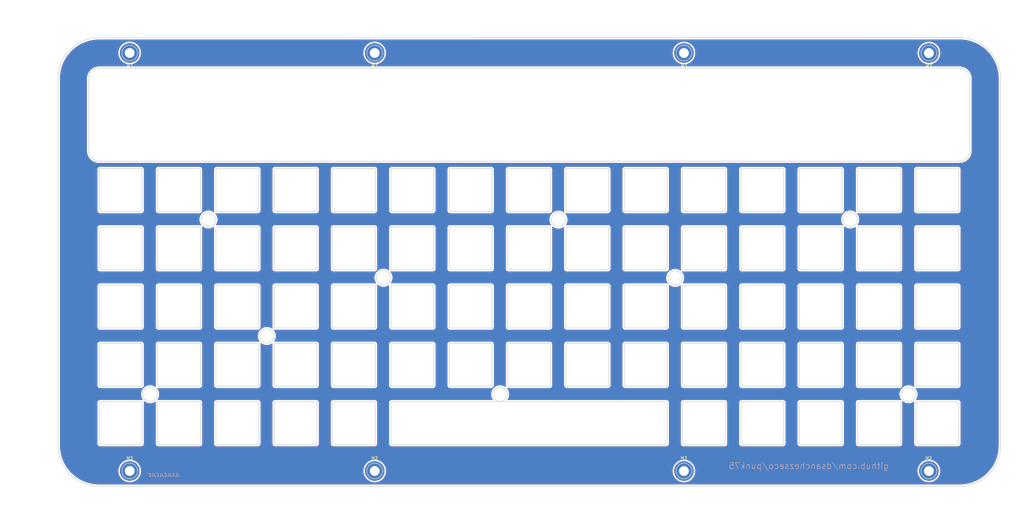
<source format=kicad_pcb>
(kicad_pcb (version 20171130) (host pcbnew "(5.1.6)-1")
  (layers (0 F.Cu signal) (31 B.Cu signal) (34 B.Paste user) (35 F.Paste user) (36 B.SilkS user) (37 F.SilkS user) (38 B.Mask user) (39 F.Mask user) (44 Edge.Cuts user))
  (net 0 "")
  (module MountingHole:MountingHole_3.2mm_M3_Pad (layer F.Cu) (at 352.75 99.5)
    (fp_text reference REF**)
    (fp_text value M3 (at 0 4.2) (layer F.SilkS))
    (pad 1 thru_hole circle (at 0 0) (size 6.4 6.4) (drill 3.2) (layers *.Cu *.Mask))
  )
  (module MountingHole:MountingHole_3.2mm_M3_Pad (layer F.Cu) (at 272.75 99.5)
    (fp_text reference REF**)
    (fp_text value M3 (at 0 4.2) (layer F.SilkS))
    (pad 1 thru_hole circle (at 0 0) (size 6.4 6.4) (drill 3.2) (layers *.Cu *.Mask))
  )
  (module MountingHole:MountingHole_3.2mm_M3_Pad (layer F.Cu) (at 171.76 99.48)
    (fp_text reference REF**)
    (fp_text value M3 (at 0 4.2) (layer F.SilkS))
    (pad 1 thru_hole circle (at 0 0) (size 6.4 6.4) (drill 3.2) (layers *.Cu *.Mask))
  )
  (module MountingHole:MountingHole_3.2mm_M3_Pad (layer F.Cu) (at 91.75 99.48)
    (fp_text reference REF**)
    (fp_text value M3 (at 0 4.2) (layer F.SilkS))
    (pad 1 thru_hole circle (at 0 0) (size 6.4 6.4) (drill 3.2) (layers *.Cu *.Mask))
  )
  (module MountingHole:MountingHole_3.2mm_M3_Pad (layer F.Cu) (at 272.75 236.13)
    (fp_text reference REF**)
    (fp_text value M3 (at -0.05 -4.24) (layer F.SilkS))
    (pad 1 thru_hole circle (at 0 0) (size 6.4 6.4) (drill 3.2) (layers *.Cu *.Mask))
  )
  (module MountingHole:MountingHole_3.2mm_M3_Pad (layer F.Cu) (at 171.77 236.12)
    (fp_text reference REF**)
    (fp_text value M3 (at -0.08 -4.19) (layer F.SilkS))
    (pad 1 thru_hole circle (at 0 0) (size 6.4 6.4) (drill 3.2) (layers *.Cu *.Mask))
  )
  (module MountingHole:MountingHole_3.2mm_M3_Pad (layer F.Cu) (at 91.76 236.11)
    (fp_text reference REF**)
    (fp_text value M3 (at 0.01 -4.19) (layer F.SilkS))
    (pad 1 thru_hole circle (at 0 0) (size 6.4 6.4) (drill 3.2) (layers *.Cu *.Mask))
  )
  (module MountingHole:MountingHole_3.2mm_M3_Pad (layer F.Cu) (at 352.74 236.11)
    (fp_text reference REF**)
    (fp_text value M3 (at -0.11 -4.18) (layer F.SilkS))
    (pad 1 thru_hole circle (at 0 0) (size 6.4 6.4) (drill 3.2) (layers *.Cu *.Mask))
  )
  (gr_arc (start 171.7 175.675) (end 172 175.675) (angle -90) (layer Edge.Cuts) (width 0.2))
  (gr_line (start 272.3 150.975) (end 272.3 137.575) (layer Edge.Cuts) (width 0.2))
  (gr_line (start 133.9 156.625) (end 133.9 170.025) (layer Edge.Cuts) (width 0.2))
  (gr_arc (start 158.3 189.075) (end 158 189.075) (angle -90) (layer Edge.Cuts) (width 0.2))
  (gr_line (start 158.3 175.375) (end 171.7 175.375) (layer Edge.Cuts) (width 0.2))
  (gr_line (start 272.6 137.275) (end 286 137.275) (layer Edge.Cuts) (width 0.2))
  (gr_arc (start 158.3 156.625) (end 158.3 156.325) (angle -90) (layer Edge.Cuts) (width 0.2))
  (gr_line (start 158 170.025) (end 158 156.625) (layer Edge.Cuts) (width 0.2))
  (gr_arc (start 272.6 150.975) (end 272.3 150.975) (angle -90) (layer Edge.Cuts) (width 0.2))
  (gr_line (start 172 175.675) (end 172 189.075) (layer Edge.Cuts) (width 0.2))
  (gr_line (start 171.7 189.375) (end 158.3 189.375) (layer Edge.Cuts) (width 0.2))
  (gr_arc (start 133.6 170.025) (end 133.6 170.325) (angle -90) (layer Edge.Cuts) (width 0.2))
  (gr_arc (start 171.7 156.625) (end 172 156.625) (angle -90) (layer Edge.Cuts) (width 0.2))
  (gr_arc (start 158.3 170.025) (end 158 170.025) (angle -90) (layer Edge.Cuts) (width 0.2))
  (gr_arc (start 171.7 189.075) (end 171.7 189.375) (angle -90) (layer Edge.Cuts) (width 0.2))
  (gr_arc (start 158.3 175.675) (end 158.3 175.375) (angle -90) (layer Edge.Cuts) (width 0.2))
  (gr_arc (start 286 137.575) (end 286.3 137.575) (angle -90) (layer Edge.Cuts) (width 0.2))
  (gr_line (start 158 189.075) (end 158 175.675) (layer Edge.Cuts) (width 0.2))
  (gr_line (start 286 151.275) (end 272.6 151.275) (layer Edge.Cuts) (width 0.2))
  (gr_arc (start 286 150.975) (end 286 151.275) (angle -90) (layer Edge.Cuts) (width 0.2))
  (gr_line (start 286.3 137.575) (end 286.3 150.975) (layer Edge.Cuts) (width 0.2))
  (gr_line (start 171.7 170.325) (end 158.3 170.325) (layer Edge.Cuts) (width 0.2))
  (gr_line (start 158.3 156.325) (end 171.7 156.325) (layer Edge.Cuts) (width 0.2))
  (gr_arc (start 272.6 137.575) (end 272.6 137.275) (angle -90) (layer Edge.Cuts) (width 0.2))
  (gr_arc (start 253.55 150.975) (end 253.25 150.975) (angle -90) (layer Edge.Cuts) (width 0.2))
  (gr_arc (start 171.7 170.025) (end 171.7 170.325) (angle -90) (layer Edge.Cuts) (width 0.2))
  (gr_line (start 133.6 170.325) (end 120.2 170.325) (layer Edge.Cuts) (width 0.2))
  (gr_line (start 172 156.625) (end 172 170.025) (layer Edge.Cuts) (width 0.2))
  (gr_arc (start 177.35 213.775) (end 177.35 213.475) (angle -90) (layer Edge.Cuts) (width 0.2))
  (gr_line (start 362.5 156.625) (end 362.5 170.025) (layer Edge.Cuts) (width 0.2))
  (gr_arc (start 362.2 156.625) (end 362.5 156.625) (angle -90) (layer Edge.Cuts) (width 0.2))
  (gr_line (start 120.2 175.375) (end 133.6 175.375) (layer Edge.Cuts) (width 0.2))
  (gr_line (start 305.35 137.575) (end 305.35 150.975) (layer Edge.Cuts) (width 0.2))
  (gr_line (start 348.8 156.325) (end 362.2 156.325) (layer Edge.Cuts) (width 0.2))
  (gr_arc (start 348.8 156.625) (end 348.8 156.325) (angle -90) (layer Edge.Cuts) (width 0.2))
  (gr_line (start 348.5 170.025) (end 348.5 156.625) (layer Edge.Cuts) (width 0.2))
  (gr_arc (start 95.5 189.075) (end 95.5 189.375) (angle -90) (layer Edge.Cuts) (width 0.2))
  (gr_line (start 305.35 156.625) (end 305.35 170.025) (layer Edge.Cuts) (width 0.2))
  (gr_line (start 291.65 156.325) (end 305.05 156.325) (layer Edge.Cuts) (width 0.2))
  (gr_arc (start 291.65 156.625) (end 291.65 156.325) (angle -90) (layer Edge.Cuts) (width 0.2))
  (gr_line (start 291.35 170.025) (end 291.35 156.625) (layer Edge.Cuts) (width 0.2))
  (gr_line (start 119.9 189.075) (end 119.9 175.675) (layer Edge.Cuts) (width 0.2))
  (gr_arc (start 324.1 170.025) (end 324.1 170.325) (angle -90) (layer Edge.Cuts) (width 0.2))
  (gr_line (start 310.7 156.325) (end 324.1 156.325) (layer Edge.Cuts) (width 0.2))
  (gr_line (start 324.4 156.625) (end 324.4 170.025) (layer Edge.Cuts) (width 0.2))
  (gr_line (start 177.35 227.475) (end 266.95 227.475) (layer Edge.Cuts) (width 0.2))
  (gr_line (start 266.95 213.475) (end 177.35 213.475) (layer Edge.Cuts) (width 0.2))
  (gr_line (start 177.05 213.775) (end 177.05 227.175) (layer Edge.Cuts) (width 0.2))
  (gr_arc (start 253.55 137.575) (end 253.55 137.275) (angle -90) (layer Edge.Cuts) (width 0.2))
  (gr_line (start 267.25 227.175) (end 267.25 213.775) (layer Edge.Cuts) (width 0.2))
  (gr_arc (start 291.65 137.575) (end 291.65 137.275) (angle -90) (layer Edge.Cuts) (width 0.2))
  (gr_arc (start 266.95 213.775) (end 267.25 213.775) (angle -90) (layer Edge.Cuts) (width 0.2))
  (gr_arc (start 305.05 150.975) (end 305.05 151.275) (angle -90) (layer Edge.Cuts) (width 0.2))
  (gr_line (start 133.6 189.375) (end 120.2 189.375) (layer Edge.Cuts) (width 0.2))
  (gr_arc (start 348.8 170.025) (end 348.5 170.025) (angle -90) (layer Edge.Cuts) (width 0.2))
  (gr_line (start 82.1 175.375) (end 95.5 175.375) (layer Edge.Cuts) (width 0.2))
  (gr_arc (start 82.1 175.675) (end 82.1 175.375) (angle -90) (layer Edge.Cuts) (width 0.2))
  (gr_arc (start 82.1 189.075) (end 81.8 189.075) (angle -90) (layer Edge.Cuts) (width 0.2))
  (gr_arc (start 310.7 170.025) (end 310.4 170.025) (angle -90) (layer Edge.Cuts) (width 0.2))
  (gr_arc (start 120.2 189.075) (end 119.9 189.075) (angle -90) (layer Edge.Cuts) (width 0.2))
  (gr_arc (start 291.65 150.975) (end 291.35 150.975) (angle -90) (layer Edge.Cuts) (width 0.2))
  (gr_arc (start 324.1 156.625) (end 324.4 156.625) (angle -90) (layer Edge.Cuts) (width 0.2))
  (gr_arc (start 266.95 227.175) (end 266.95 227.475) (angle -90) (layer Edge.Cuts) (width 0.2))
  (gr_line (start 291.35 150.975) (end 291.35 137.575) (layer Edge.Cuts) (width 0.2))
  (gr_line (start 81.8 189.075) (end 81.8 175.675) (layer Edge.Cuts) (width 0.2))
  (gr_line (start 95.5 189.375) (end 82.1 189.375) (layer Edge.Cuts) (width 0.2))
  (gr_line (start 253.25 150.975) (end 253.25 137.575) (layer Edge.Cuts) (width 0.2))
  (gr_line (start 95.8 175.675) (end 95.8 189.075) (layer Edge.Cuts) (width 0.2))
  (gr_line (start 305.05 170.325) (end 291.65 170.325) (layer Edge.Cuts) (width 0.2))
  (gr_line (start 253.55 137.275) (end 266.95 137.275) (layer Edge.Cuts) (width 0.2))
  (gr_line (start 305.05 151.275) (end 291.65 151.275) (layer Edge.Cuts) (width 0.2))
  (gr_line (start 324.1 170.325) (end 310.7 170.325) (layer Edge.Cuts) (width 0.2))
  (gr_arc (start 266.95 150.975) (end 266.95 151.275) (angle -90) (layer Edge.Cuts) (width 0.2))
  (gr_arc (start 305.05 156.625) (end 305.35 156.625) (angle -90) (layer Edge.Cuts) (width 0.2))
  (gr_line (start 266.95 151.275) (end 253.55 151.275) (layer Edge.Cuts) (width 0.2))
  (gr_line (start 291.65 137.275) (end 305.05 137.275) (layer Edge.Cuts) (width 0.2))
  (gr_arc (start 266.95 137.575) (end 267.25 137.575) (angle -90) (layer Edge.Cuts) (width 0.2))
  (gr_arc (start 133.6 189.075) (end 133.6 189.375) (angle -90) (layer Edge.Cuts) (width 0.2))
  (gr_arc (start 177.35 150.975) (end 177.05 150.975) (angle -90) (layer Edge.Cuts) (width 0.2))
  (gr_arc (start 120.2 175.675) (end 120.2 175.375) (angle -90) (layer Edge.Cuts) (width 0.2))
  (gr_arc (start 305.05 137.575) (end 305.35 137.575) (angle -90) (layer Edge.Cuts) (width 0.2))
  (gr_line (start 362.2 170.325) (end 348.8 170.325) (layer Edge.Cuts) (width 0.2))
  (gr_arc (start 305.05 170.025) (end 305.05 170.325) (angle -90) (layer Edge.Cuts) (width 0.2))
  (gr_arc (start 362.2 170.025) (end 362.2 170.325) (angle -90) (layer Edge.Cuts) (width 0.2))
  (gr_arc (start 95.5 175.675) (end 95.8 175.675) (angle -90) (layer Edge.Cuts) (width 0.2))
  (gr_arc (start 291.65 170.025) (end 291.35 170.025) (angle -90) (layer Edge.Cuts) (width 0.2))
  (gr_arc (start 177.35 227.175) (end 177.05 227.175) (angle -90) (layer Edge.Cuts) (width 0.2))
  (gr_line (start 267.25 137.575) (end 267.25 150.975) (layer Edge.Cuts) (width 0.2))
  (gr_line (start 133.9 175.675) (end 133.9 189.075) (layer Edge.Cuts) (width 0.2))
  (gr_arc (start 310.7 156.625) (end 310.7 156.325) (angle -90) (layer Edge.Cuts) (width 0.2))
  (gr_line (start 310.4 170.025) (end 310.4 156.625) (layer Edge.Cuts) (width 0.2))
  (gr_arc (start 133.6 175.675) (end 133.9 175.675) (angle -90) (layer Edge.Cuts) (width 0.2))
  (gr_circle (center 269.882087 173.006414) (end 272.232087 173.006414) (layer Edge.Cuts) (width 0.2))
  (gr_circle (center 346.082087 211.042914) (end 348.432087 211.042914) (layer Edge.Cuts) (width 0.2))
  (gr_circle (center 117.482087 153.915414) (end 119.832087 153.915414) (layer Edge.Cuts) (width 0.2))
  (gr_line (start 82.557087 104.474163) (end 81.763337 104.474163) (layer Edge.Cuts) (width 0.2))
  (gr_arc (start 362.751187 131.476) (end 362.751187 134.857) (angle -90.15613539) (layer Edge.Cuts) (width 0.2))
  (gr_line (start 366.132087 107.855414) (end 366.132174 131.466787) (layer Edge.Cuts) (width 0.2))
  (gr_arc (start 81.763 131.476) (end 78.382 131.475987) (angle -90) (layer Edge.Cuts) (width 0.2))
  (gr_line (start 362.751087 134.857) (end 362.751187 134.857) (layer Edge.Cuts) (width 0.2))
  (gr_arc (start 362.750837 107.855414) (end 376.132087 107.855414) (angle -90) (layer Edge.Cuts) (width 0.2))
  (gr_arc (start 362.750837 107.855414) (end 366.132087 107.855414) (angle -90) (layer Edge.Cuts) (width 0.2))
  (gr_line (start 81.763087 134.857) (end 81.762986 134.857) (layer Edge.Cuts) (width 0.2))
  (gr_circle (center 136.532087 191.992914) (end 138.882087 191.992914) (layer Edge.Cuts) (width 0.2))
  (gr_circle (center 174.632087 172.942914) (end 176.982087 172.942914) (layer Edge.Cuts) (width 0.2))
  (gr_circle (center 327.032087 153.905414) (end 329.382087 153.905414) (layer Edge.Cuts) (width 0.2))
  (gr_line (start 362.750837 104.474163) (end 82.557087 104.474163) (layer Edge.Cuts) (width 0.2))
  (gr_circle (center 212.732087 211.042914) (end 215.082087 211.042914) (layer Edge.Cuts) (width 0.2))
  (gr_circle (center 231.782087 153.956414) (end 234.132087 153.956414) (layer Edge.Cuts) (width 0.2))
  (gr_line (start 78.382086 109.442914) (end 78.382 131.475987) (layer Edge.Cuts) (width 0.2))
  (gr_line (start 78.382086 107.855414) (end 78.382086 109.442914) (layer Edge.Cuts) (width 0.2))
  (gr_arc (start 81.763337 107.855414) (end 81.763337 104.474163) (angle -90) (layer Edge.Cuts) (width 0.2))
  (gr_arc (start 228.85 170.025) (end 228.85 170.325) (angle -90) (layer Edge.Cuts) (width 0.2))
  (gr_arc (start 228.85 156.625) (end 229.15 156.625) (angle -90) (layer Edge.Cuts) (width 0.2))
  (gr_arc (start 215.45 137.575) (end 215.45 137.275) (angle -90) (layer Edge.Cuts) (width 0.2))
  (gr_line (start 343.15 151.275) (end 329.75 151.275) (layer Edge.Cuts) (width 0.2))
  (gr_arc (start 228.85 137.575) (end 229.15 137.575) (angle -90) (layer Edge.Cuts) (width 0.2))
  (gr_arc (start 348.8 137.575) (end 348.8 137.275) (angle -90) (layer Edge.Cuts) (width 0.2))
  (gr_line (start 228.85 170.325) (end 215.45 170.325) (layer Edge.Cuts) (width 0.2))
  (gr_arc (start 215.45 156.625) (end 215.45 156.325) (angle -90) (layer Edge.Cuts) (width 0.2))
  (gr_line (start 362.751087 134.857) (end 81.763087 134.857) (layer Edge.Cuts) (width 0.2))
  (gr_arc (start 362.2 137.575) (end 362.5 137.575) (angle -90) (layer Edge.Cuts) (width 0.2))
  (gr_line (start 228.85 151.275) (end 215.45 151.275) (layer Edge.Cuts) (width 0.2))
  (gr_arc (start 215.45 150.975) (end 215.15 150.975) (angle -90) (layer Edge.Cuts) (width 0.2))
  (gr_arc (start 362.2 150.975) (end 362.2 151.275) (angle -90) (layer Edge.Cuts) (width 0.2))
  (gr_line (start 215.45 156.325) (end 228.85 156.325) (layer Edge.Cuts) (width 0.2))
  (gr_line (start 348.5 150.975) (end 348.5 137.575) (layer Edge.Cuts) (width 0.2))
  (gr_arc (start 228.85 150.975) (end 228.85 151.275) (angle -90) (layer Edge.Cuts) (width 0.2))
  (gr_line (start 215.15 170.025) (end 215.15 156.625) (layer Edge.Cuts) (width 0.2))
  (gr_line (start 215.15 150.975) (end 215.15 137.575) (layer Edge.Cuts) (width 0.2))
  (gr_line (start 229.15 137.575) (end 229.15 150.975) (layer Edge.Cuts) (width 0.2))
  (gr_line (start 348.8 137.275) (end 362.2 137.275) (layer Edge.Cuts) (width 0.2))
  (gr_line (start 343.45 137.575) (end 343.45 150.975) (layer Edge.Cuts) (width 0.2))
  (gr_line (start 362.5 137.575) (end 362.5 150.975) (layer Edge.Cuts) (width 0.2))
  (gr_arc (start 343.15 150.975) (end 343.15 151.275) (angle -90) (layer Edge.Cuts) (width 0.2))
  (gr_arc (start 215.45 170.025) (end 215.15 170.025) (angle -90) (layer Edge.Cuts) (width 0.2))
  (gr_line (start 362.2 151.275) (end 348.8 151.275) (layer Edge.Cuts) (width 0.2))
  (gr_line (start 215.45 137.275) (end 228.85 137.275) (layer Edge.Cuts) (width 0.2))
  (gr_line (start 229.15 156.625) (end 229.15 170.025) (layer Edge.Cuts) (width 0.2))
  (gr_arc (start 348.8 150.975) (end 348.5 150.975) (angle -90) (layer Edge.Cuts) (width 0.2))
  (gr_arc (start 329.75 137.575) (end 329.75 137.275) (angle -90) (layer Edge.Cuts) (width 0.2))
  (gr_arc (start 152.65 189.075) (end 152.65 189.375) (angle -90) (layer Edge.Cuts) (width 0.2))
  (gr_arc (start 253.55 156.625) (end 253.55 156.325) (angle -90) (layer Edge.Cuts) (width 0.2))
  (gr_arc (start 196.4 156.625) (end 196.4 156.325) (angle -90) (layer Edge.Cuts) (width 0.2))
  (gr_arc (start 209.8 150.975) (end 209.8 151.275) (angle -90) (layer Edge.Cuts) (width 0.2))
  (gr_line (start 152.65 151.275) (end 139.25 151.275) (layer Edge.Cuts) (width 0.2))
  (gr_line (start 152.95 175.675) (end 152.95 189.075) (layer Edge.Cuts) (width 0.2))
  (gr_arc (start 139.25 175.675) (end 139.25 175.375) (angle -90) (layer Edge.Cuts) (width 0.2))
  (gr_line (start 119.9 150.975) (end 119.9 137.575) (layer Edge.Cuts) (width 0.2))
  (gr_line (start 133.9 137.575) (end 133.9 150.975) (layer Edge.Cuts) (width 0.2))
  (gr_line (start 152.95 137.575) (end 152.95 150.975) (layer Edge.Cuts) (width 0.2))
  (gr_arc (start 133.6 137.575) (end 133.9 137.575) (angle -90) (layer Edge.Cuts) (width 0.2))
  (gr_arc (start 209.8 156.625) (end 210.1 156.625) (angle -90) (layer Edge.Cuts) (width 0.2))
  (gr_arc (start 139.25 150.975) (end 138.95 150.975) (angle -90) (layer Edge.Cuts) (width 0.2))
  (gr_line (start 139.25 175.375) (end 152.65 175.375) (layer Edge.Cuts) (width 0.2))
  (gr_arc (start 152.65 150.975) (end 152.65 151.275) (angle -90) (layer Edge.Cuts) (width 0.2))
  (gr_arc (start 139.25 137.575) (end 139.25 137.275) (angle -90) (layer Edge.Cuts) (width 0.2))
  (gr_line (start 196.1 170.025) (end 196.1 156.625) (layer Edge.Cuts) (width 0.2))
  (gr_line (start 210.1 137.575) (end 210.1 150.975) (layer Edge.Cuts) (width 0.2))
  (gr_line (start 248.2 156.625) (end 248.2 170.025) (layer Edge.Cuts) (width 0.2))
  (gr_line (start 247.9 170.325) (end 234.5 170.325) (layer Edge.Cuts) (width 0.2))
  (gr_arc (start 266.95 170.025) (end 266.95 170.325) (angle -90) (layer Edge.Cuts) (width 0.2))
  (gr_arc (start 343.15 137.575) (end 343.45 137.575) (angle -90) (layer Edge.Cuts) (width 0.2))
  (gr_line (start 329.75 137.275) (end 343.15 137.275) (layer Edge.Cuts) (width 0.2))
  (gr_line (start 100.85 189.075) (end 100.85 175.675) (layer Edge.Cuts) (width 0.2))
  (gr_line (start 209.8 151.275) (end 196.4 151.275) (layer Edge.Cuts) (width 0.2))
  (gr_arc (start 152.65 137.575) (end 152.95 137.575) (angle -90) (layer Edge.Cuts) (width 0.2))
  (gr_line (start 329.45 150.975) (end 329.45 137.575) (layer Edge.Cuts) (width 0.2))
  (gr_line (start 152.65 189.375) (end 139.25 189.375) (layer Edge.Cuts) (width 0.2))
  (gr_arc (start 152.65 175.675) (end 152.95 175.675) (angle -90) (layer Edge.Cuts) (width 0.2))
  (gr_arc (start 139.25 189.075) (end 138.95 189.075) (angle -90) (layer Edge.Cuts) (width 0.2))
  (gr_arc (start 247.9 156.625) (end 248.2 156.625) (angle -90) (layer Edge.Cuts) (width 0.2))
  (gr_arc (start 234.5 170.025) (end 234.2 170.025) (angle -90) (layer Edge.Cuts) (width 0.2))
  (gr_arc (start 101.15 175.675) (end 101.15 175.375) (angle -90) (layer Edge.Cuts) (width 0.2))
  (gr_line (start 234.5 156.325) (end 247.9 156.325) (layer Edge.Cuts) (width 0.2))
  (gr_arc (start 234.5 156.625) (end 234.5 156.325) (angle -90) (layer Edge.Cuts) (width 0.2))
  (gr_line (start 139.25 137.275) (end 152.65 137.275) (layer Edge.Cuts) (width 0.2))
  (gr_line (start 210.1 156.625) (end 210.1 170.025) (layer Edge.Cuts) (width 0.2))
  (gr_line (start 234.2 170.025) (end 234.2 156.625) (layer Edge.Cuts) (width 0.2))
  (gr_line (start 138.95 150.975) (end 138.95 137.575) (layer Edge.Cuts) (width 0.2))
  (gr_line (start 101.15 175.375) (end 114.55 175.375) (layer Edge.Cuts) (width 0.2))
  (gr_arc (start 120.2 137.575) (end 120.2 137.275) (angle -90) (layer Edge.Cuts) (width 0.2))
  (gr_line (start 267.25 156.625) (end 267.25 170.025) (layer Edge.Cuts) (width 0.2))
  (gr_line (start 120.2 137.275) (end 133.6 137.275) (layer Edge.Cuts) (width 0.2))
  (gr_line (start 209.8 170.325) (end 196.4 170.325) (layer Edge.Cuts) (width 0.2))
  (gr_arc (start 209.8 170.025) (end 209.8 170.325) (angle -90) (layer Edge.Cuts) (width 0.2))
  (gr_arc (start 120.2 150.975) (end 119.9 150.975) (angle -90) (layer Edge.Cuts) (width 0.2))
  (gr_arc (start 114.55 175.675) (end 114.85 175.675) (angle -90) (layer Edge.Cuts) (width 0.2))
  (gr_arc (start 329.75 150.975) (end 329.45 150.975) (angle -90) (layer Edge.Cuts) (width 0.2))
  (gr_arc (start 247.9 170.025) (end 247.9 170.325) (angle -90) (layer Edge.Cuts) (width 0.2))
  (gr_arc (start 101.15 189.075) (end 100.85 189.075) (angle -90) (layer Edge.Cuts) (width 0.2))
  (gr_arc (start 133.6 150.975) (end 133.6 151.275) (angle -90) (layer Edge.Cuts) (width 0.2))
  (gr_line (start 253.55 156.325) (end 266.95 156.325) (layer Edge.Cuts) (width 0.2))
  (gr_line (start 196.4 156.325) (end 209.8 156.325) (layer Edge.Cuts) (width 0.2))
  (gr_line (start 133.6 151.275) (end 120.2 151.275) (layer Edge.Cuts) (width 0.2))
  (gr_arc (start 266.95 156.625) (end 267.25 156.625) (angle -90) (layer Edge.Cuts) (width 0.2))
  (gr_arc (start 253.55 170.025) (end 253.25 170.025) (angle -90) (layer Edge.Cuts) (width 0.2))
  (gr_line (start 266.95 170.325) (end 253.55 170.325) (layer Edge.Cuts) (width 0.2))
  (gr_line (start 253.25 170.025) (end 253.25 156.625) (layer Edge.Cuts) (width 0.2))
  (gr_line (start 114.85 175.675) (end 114.85 189.075) (layer Edge.Cuts) (width 0.2))
  (gr_arc (start 196.4 170.025) (end 196.1 170.025) (angle -90) (layer Edge.Cuts) (width 0.2))
  (gr_line (start 114.55 189.375) (end 101.15 189.375) (layer Edge.Cuts) (width 0.2))
  (gr_arc (start 114.55 189.075) (end 114.55 189.375) (angle -90) (layer Edge.Cuts) (width 0.2))
  (gr_line (start 138.95 189.075) (end 138.95 175.675) (layer Edge.Cuts) (width 0.2))
  (gr_line (start 310.4 150.975) (end 310.4 137.575) (layer Edge.Cuts) (width 0.2))
  (gr_line (start 234.2 189.075) (end 234.2 175.675) (layer Edge.Cuts) (width 0.2))
  (gr_arc (start 215.45 189.075) (end 215.15 189.075) (angle -90) (layer Edge.Cuts) (width 0.2))
  (gr_line (start 310.7 137.275) (end 324.1 137.275) (layer Edge.Cuts) (width 0.2))
  (gr_line (start 82.1 137.275) (end 95.5 137.275) (layer Edge.Cuts) (width 0.2))
  (gr_arc (start 310.7 150.975) (end 310.4 150.975) (angle -90) (layer Edge.Cuts) (width 0.2))
  (gr_arc (start 82.1 137.575) (end 82.1 137.275) (angle -90) (layer Edge.Cuts) (width 0.2))
  (gr_line (start 234.5 175.375) (end 247.9 175.375) (layer Edge.Cuts) (width 0.2))
  (gr_arc (start 190.75 175.675) (end 191.05 175.675) (angle -90) (layer Edge.Cuts) (width 0.2))
  (gr_line (start 81.8 150.975) (end 81.8 137.575) (layer Edge.Cuts) (width 0.2))
  (gr_arc (start 310.7 137.575) (end 310.7 137.275) (angle -90) (layer Edge.Cuts) (width 0.2))
  (gr_arc (start 95.5 150.975) (end 95.5 151.275) (angle -90) (layer Edge.Cuts) (width 0.2))
  (gr_line (start 95.8 137.575) (end 95.8 150.975) (layer Edge.Cuts) (width 0.2))
  (gr_arc (start 82.1 150.975) (end 81.8 150.975) (angle -90) (layer Edge.Cuts) (width 0.2))
  (gr_line (start 190.75 189.375) (end 177.35 189.375) (layer Edge.Cuts) (width 0.2))
  (gr_arc (start 190.75 189.075) (end 190.75 189.375) (angle -90) (layer Edge.Cuts) (width 0.2))
  (gr_arc (start 177.35 175.675) (end 177.35 175.375) (angle -90) (layer Edge.Cuts) (width 0.2))
  (gr_line (start 215.45 175.375) (end 228.85 175.375) (layer Edge.Cuts) (width 0.2))
  (gr_arc (start 215.45 175.675) (end 215.45 175.375) (angle -90) (layer Edge.Cuts) (width 0.2))
  (gr_arc (start 247.9 175.675) (end 248.2 175.675) (angle -90) (layer Edge.Cuts) (width 0.2))
  (gr_arc (start 228.85 189.075) (end 228.85 189.375) (angle -90) (layer Edge.Cuts) (width 0.2))
  (gr_arc (start 228.85 175.675) (end 229.15 175.675) (angle -90) (layer Edge.Cuts) (width 0.2))
  (gr_arc (start 247.9 189.075) (end 247.9 189.375) (angle -90) (layer Edge.Cuts) (width 0.2))
  (gr_arc (start 266.95 189.075) (end 266.95 189.375) (angle -90) (layer Edge.Cuts) (width 0.2))
  (gr_line (start 209.8 189.375) (end 196.4 189.375) (layer Edge.Cuts) (width 0.2))
  (gr_line (start 247.9 189.375) (end 234.5 189.375) (layer Edge.Cuts) (width 0.2))
  (gr_arc (start 234.5 175.675) (end 234.5 175.375) (angle -90) (layer Edge.Cuts) (width 0.2))
  (gr_arc (start 209.8 175.675) (end 210.1 175.675) (angle -90) (layer Edge.Cuts) (width 0.2))
  (gr_line (start 196.4 175.375) (end 209.8 175.375) (layer Edge.Cuts) (width 0.2))
  (gr_line (start 177.05 189.075) (end 177.05 175.675) (layer Edge.Cuts) (width 0.2))
  (gr_line (start 196.1 189.075) (end 196.1 175.675) (layer Edge.Cuts) (width 0.2))
  (gr_arc (start 209.8 137.575) (end 210.1 137.575) (angle -90) (layer Edge.Cuts) (width 0.2))
  (gr_line (start 196.4 137.275) (end 209.8 137.275) (layer Edge.Cuts) (width 0.2))
  (gr_arc (start 234.5 189.075) (end 234.2 189.075) (angle -90) (layer Edge.Cuts) (width 0.2))
  (gr_line (start 343.45 156.625) (end 343.45 170.025) (layer Edge.Cuts) (width 0.2))
  (gr_arc (start 196.4 175.675) (end 196.4 175.375) (angle -90) (layer Edge.Cuts) (width 0.2))
  (gr_line (start 248.2 175.675) (end 248.2 189.075) (layer Edge.Cuts) (width 0.2))
  (gr_arc (start 196.4 137.575) (end 196.4 137.275) (angle -90) (layer Edge.Cuts) (width 0.2))
  (gr_line (start 196.1 150.975) (end 196.1 137.575) (layer Edge.Cuts) (width 0.2))
  (gr_arc (start 209.8 189.075) (end 209.8 189.375) (angle -90) (layer Edge.Cuts) (width 0.2))
  (gr_arc (start 196.4 150.975) (end 196.1 150.975) (angle -90) (layer Edge.Cuts) (width 0.2))
  (gr_arc (start 177.35 189.075) (end 177.05 189.075) (angle -90) (layer Edge.Cuts) (width 0.2))
  (gr_line (start 343.15 170.325) (end 329.75 170.325) (layer Edge.Cuts) (width 0.2))
  (gr_arc (start 196.4 189.075) (end 196.1 189.075) (angle -90) (layer Edge.Cuts) (width 0.2))
  (gr_line (start 191.05 175.675) (end 191.05 189.075) (layer Edge.Cuts) (width 0.2))
  (gr_line (start 177.35 175.375) (end 190.75 175.375) (layer Edge.Cuts) (width 0.2))
  (gr_line (start 229.15 175.675) (end 229.15 189.075) (layer Edge.Cuts) (width 0.2))
  (gr_arc (start 343.15 170.025) (end 343.15 170.325) (angle -90) (layer Edge.Cuts) (width 0.2))
  (gr_arc (start 343.15 156.625) (end 343.45 156.625) (angle -90) (layer Edge.Cuts) (width 0.2))
  (gr_line (start 329.75 156.325) (end 343.15 156.325) (layer Edge.Cuts) (width 0.2))
  (gr_line (start 266.95 189.375) (end 253.55 189.375) (layer Edge.Cuts) (width 0.2))
  (gr_arc (start 329.75 156.625) (end 329.75 156.325) (angle -90) (layer Edge.Cuts) (width 0.2))
  (gr_line (start 329.45 170.025) (end 329.45 156.625) (layer Edge.Cuts) (width 0.2))
  (gr_arc (start 329.75 170.025) (end 329.45 170.025) (angle -90) (layer Edge.Cuts) (width 0.2))
  (gr_line (start 228.85 189.375) (end 215.45 189.375) (layer Edge.Cuts) (width 0.2))
  (gr_line (start 324.1 151.275) (end 310.7 151.275) (layer Edge.Cuts) (width 0.2))
  (gr_line (start 95.5 151.275) (end 82.1 151.275) (layer Edge.Cuts) (width 0.2))
  (gr_line (start 210.1 175.675) (end 210.1 189.075) (layer Edge.Cuts) (width 0.2))
  (gr_line (start 215.15 189.075) (end 215.15 175.675) (layer Edge.Cuts) (width 0.2))
  (gr_arc (start 324.1 150.975) (end 324.1 151.275) (angle -90) (layer Edge.Cuts) (width 0.2))
  (gr_line (start 267.25 175.675) (end 267.25 189.075) (layer Edge.Cuts) (width 0.2))
  (gr_line (start 324.4 137.575) (end 324.4 150.975) (layer Edge.Cuts) (width 0.2))
  (gr_arc (start 324.1 137.575) (end 324.4 137.575) (angle -90) (layer Edge.Cuts) (width 0.2))
  (gr_arc (start 95.5 137.575) (end 95.8 137.575) (angle -90) (layer Edge.Cuts) (width 0.2))
  (gr_arc (start 266.95 175.675) (end 267.25 175.675) (angle -90) (layer Edge.Cuts) (width 0.2))
  (gr_line (start 253.55 175.375) (end 266.95 175.375) (layer Edge.Cuts) (width 0.2))
  (gr_line (start 310.7 175.375) (end 324.1 175.375) (layer Edge.Cuts) (width 0.2))
  (gr_arc (start 253.55 189.075) (end 253.25 189.075) (angle -90) (layer Edge.Cuts) (width 0.2))
  (gr_line (start 286 189.375) (end 272.6 189.375) (layer Edge.Cuts) (width 0.2))
  (gr_line (start 310.4 189.075) (end 310.4 175.675) (layer Edge.Cuts) (width 0.2))
  (gr_arc (start 253.55 175.675) (end 253.55 175.375) (angle -90) (layer Edge.Cuts) (width 0.2))
  (gr_line (start 305.35 175.675) (end 305.35 189.075) (layer Edge.Cuts) (width 0.2))
  (gr_line (start 253.25 189.075) (end 253.25 175.675) (layer Edge.Cuts) (width 0.2))
  (gr_arc (start 310.7 175.675) (end 310.7 175.375) (angle -90) (layer Edge.Cuts) (width 0.2))
  (gr_line (start 286.3 175.675) (end 286.3 189.075) (layer Edge.Cuts) (width 0.2))
  (gr_arc (start 286 175.675) (end 286.3 175.675) (angle -90) (layer Edge.Cuts) (width 0.2))
  (gr_line (start 272.6 175.375) (end 286 175.375) (layer Edge.Cuts) (width 0.2))
  (gr_line (start 291.35 189.075) (end 291.35 175.675) (layer Edge.Cuts) (width 0.2))
  (gr_arc (start 272.6 175.675) (end 272.6 175.375) (angle -90) (layer Edge.Cuts) (width 0.2))
  (gr_arc (start 291.65 189.075) (end 291.35 189.075) (angle -90) (layer Edge.Cuts) (width 0.2))
  (gr_arc (start 324.1 189.075) (end 324.1 189.375) (angle -90) (layer Edge.Cuts) (width 0.2))
  (gr_line (start 324.1 189.375) (end 310.7 189.375) (layer Edge.Cuts) (width 0.2))
  (gr_line (start 305.05 189.375) (end 291.65 189.375) (layer Edge.Cuts) (width 0.2))
  (gr_arc (start 305.05 189.075) (end 305.05 189.375) (angle -90) (layer Edge.Cuts) (width 0.2))
  (gr_line (start 291.65 175.375) (end 305.05 175.375) (layer Edge.Cuts) (width 0.2))
  (gr_arc (start 272.6 189.075) (end 272.3 189.075) (angle -90) (layer Edge.Cuts) (width 0.2))
  (gr_arc (start 305.05 175.675) (end 305.35 175.675) (angle -90) (layer Edge.Cuts) (width 0.2))
  (gr_arc (start 291.65 175.675) (end 291.65 175.375) (angle -90) (layer Edge.Cuts) (width 0.2))
  (gr_arc (start 324.1 175.675) (end 324.4 175.675) (angle -90) (layer Edge.Cuts) (width 0.2))
  (gr_arc (start 286 189.075) (end 286 189.375) (angle -90) (layer Edge.Cuts) (width 0.2))
  (gr_line (start 272.3 189.075) (end 272.3 175.675) (layer Edge.Cuts) (width 0.2))
  (gr_line (start 324.4 175.675) (end 324.4 189.075) (layer Edge.Cuts) (width 0.2))
  (gr_line (start 190.75 208.425) (end 177.35 208.425) (layer Edge.Cuts) (width 0.2))
  (gr_line (start 172 194.725) (end 172 208.125) (layer Edge.Cuts) (width 0.2))
  (gr_arc (start 152.65 194.725) (end 152.95 194.725) (angle -90) (layer Edge.Cuts) (width 0.2))
  (gr_arc (start 329.75 189.075) (end 329.45 189.075) (angle -90) (layer Edge.Cuts) (width 0.2))
  (gr_line (start 362.5 175.675) (end 362.5 189.075) (layer Edge.Cuts) (width 0.2))
  (gr_line (start 348.8 175.375) (end 362.2 175.375) (layer Edge.Cuts) (width 0.2))
  (gr_arc (start 95.5 208.125) (end 95.5 208.425) (angle -90) (layer Edge.Cuts) (width 0.2))
  (gr_line (start 171.7 208.425) (end 158.3 208.425) (layer Edge.Cuts) (width 0.2))
  (gr_arc (start 82.1 208.125) (end 81.8 208.125) (angle -90) (layer Edge.Cuts) (width 0.2))
  (gr_line (start 95.8 194.725) (end 95.8 208.125) (layer Edge.Cuts) (width 0.2))
  (gr_arc (start 95.5 194.725) (end 95.8 194.725) (angle -90) (layer Edge.Cuts) (width 0.2))
  (gr_line (start 82.1 194.425) (end 95.5 194.425) (layer Edge.Cuts) (width 0.2))
  (gr_arc (start 82.1 194.725) (end 82.1 194.425) (angle -90) (layer Edge.Cuts) (width 0.2))
  (gr_arc (start 114.55 208.125) (end 114.55 208.425) (angle -90) (layer Edge.Cuts) (width 0.2))
  (gr_arc (start 158.3 208.125) (end 158 208.125) (angle -90) (layer Edge.Cuts) (width 0.2))
  (gr_line (start 177.05 208.125) (end 177.05 194.725) (layer Edge.Cuts) (width 0.2))
  (gr_line (start 101.15 194.425) (end 114.55 194.425) (layer Edge.Cuts) (width 0.2))
  (gr_line (start 152.65 208.425) (end 139.25 208.425) (layer Edge.Cuts) (width 0.2))
  (gr_arc (start 152.65 208.125) (end 152.65 208.425) (angle -90) (layer Edge.Cuts) (width 0.2))
  (gr_arc (start 139.25 208.125) (end 138.95 208.125) (angle -90) (layer Edge.Cuts) (width 0.2))
  (gr_arc (start 120.2 194.725) (end 120.2 194.425) (angle -90) (layer Edge.Cuts) (width 0.2))
  (gr_arc (start 158.3 194.725) (end 158.3 194.425) (angle -90) (layer Edge.Cuts) (width 0.2))
  (gr_arc (start 120.2 208.125) (end 119.9 208.125) (angle -90) (layer Edge.Cuts) (width 0.2))
  (gr_arc (start 139.25 194.725) (end 139.25 194.425) (angle -90) (layer Edge.Cuts) (width 0.2))
  (gr_line (start 177.35 194.425) (end 190.75 194.425) (layer Edge.Cuts) (width 0.2))
  (gr_line (start 139.25 194.425) (end 152.65 194.425) (layer Edge.Cuts) (width 0.2))
  (gr_arc (start 171.7 208.125) (end 171.7 208.425) (angle -90) (layer Edge.Cuts) (width 0.2))
  (gr_arc (start 101.15 208.125) (end 100.85 208.125) (angle -90) (layer Edge.Cuts) (width 0.2))
  (gr_line (start 133.6 208.425) (end 120.2 208.425) (layer Edge.Cuts) (width 0.2))
  (gr_line (start 114.85 194.725) (end 114.85 208.125) (layer Edge.Cuts) (width 0.2))
  (gr_line (start 133.9 194.725) (end 133.9 208.125) (layer Edge.Cuts) (width 0.2))
  (gr_line (start 191.05 194.725) (end 191.05 208.125) (layer Edge.Cuts) (width 0.2))
  (gr_line (start 95.5 208.425) (end 82.1 208.425) (layer Edge.Cuts) (width 0.2))
  (gr_arc (start 171.7 194.725) (end 172 194.725) (angle -90) (layer Edge.Cuts) (width 0.2))
  (gr_line (start 158 208.125) (end 158 194.725) (layer Edge.Cuts) (width 0.2))
  (gr_arc (start 133.6 208.125) (end 133.6 208.425) (angle -90) (layer Edge.Cuts) (width 0.2))
  (gr_line (start 138.95 208.125) (end 138.95 194.725) (layer Edge.Cuts) (width 0.2))
  (gr_arc (start 362.2 175.675) (end 362.5 175.675) (angle -90) (layer Edge.Cuts) (width 0.2))
  (gr_line (start 348.5 189.075) (end 348.5 175.675) (layer Edge.Cuts) (width 0.2))
  (gr_arc (start 101.15 194.725) (end 101.15 194.425) (angle -90) (layer Edge.Cuts) (width 0.2))
  (gr_arc (start 348.8 189.075) (end 348.5 189.075) (angle -90) (layer Edge.Cuts) (width 0.2))
  (gr_arc (start 114.55 194.725) (end 114.85 194.725) (angle -90) (layer Edge.Cuts) (width 0.2))
  (gr_arc (start 190.75 194.725) (end 191.05 194.725) (angle -90) (layer Edge.Cuts) (width 0.2))
  (gr_arc (start 133.6 194.725) (end 133.9 194.725) (angle -90) (layer Edge.Cuts) (width 0.2))
  (gr_line (start 81.8 208.125) (end 81.8 194.725) (layer Edge.Cuts) (width 0.2))
  (gr_line (start 114.55 208.425) (end 101.15 208.425) (layer Edge.Cuts) (width 0.2))
  (gr_line (start 119.9 208.125) (end 119.9 194.725) (layer Edge.Cuts) (width 0.2))
  (gr_line (start 343.15 189.375) (end 329.75 189.375) (layer Edge.Cuts) (width 0.2))
  (gr_arc (start 310.7 189.075) (end 310.4 189.075) (angle -90) (layer Edge.Cuts) (width 0.2))
  (gr_arc (start 343.15 189.075) (end 343.15 189.375) (angle -90) (layer Edge.Cuts) (width 0.2))
  (gr_line (start 158.3 194.425) (end 171.7 194.425) (layer Edge.Cuts) (width 0.2))
  (gr_line (start 343.45 175.675) (end 343.45 189.075) (layer Edge.Cuts) (width 0.2))
  (gr_arc (start 343.15 175.675) (end 343.45 175.675) (angle -90) (layer Edge.Cuts) (width 0.2))
  (gr_line (start 362.2 189.375) (end 348.8 189.375) (layer Edge.Cuts) (width 0.2))
  (gr_line (start 120.2 194.425) (end 133.6 194.425) (layer Edge.Cuts) (width 0.2))
  (gr_line (start 329.75 175.375) (end 343.15 175.375) (layer Edge.Cuts) (width 0.2))
  (gr_arc (start 177.35 194.725) (end 177.35 194.425) (angle -90) (layer Edge.Cuts) (width 0.2))
  (gr_line (start 100.85 208.125) (end 100.85 194.725) (layer Edge.Cuts) (width 0.2))
  (gr_line (start 152.95 194.725) (end 152.95 208.125) (layer Edge.Cuts) (width 0.2))
  (gr_arc (start 329.75 175.675) (end 329.75 175.375) (angle -90) (layer Edge.Cuts) (width 0.2))
  (gr_line (start 329.45 189.075) (end 329.45 175.675) (layer Edge.Cuts) (width 0.2))
  (gr_arc (start 348.8 175.675) (end 348.8 175.375) (angle -90) (layer Edge.Cuts) (width 0.2))
  (gr_arc (start 362.2 189.075) (end 362.2 189.375) (angle -90) (layer Edge.Cuts) (width 0.2))
  (gr_arc (start 190.75 208.125) (end 190.75 208.425) (angle -90) (layer Edge.Cuts) (width 0.2))
  (gr_line (start 133.6 227.475) (end 120.2 227.475) (layer Edge.Cuts) (width 0.2))
  (gr_arc (start 114.55 227.175) (end 114.55 227.475) (angle -90) (layer Edge.Cuts) (width 0.2))
  (gr_line (start 114.55 227.475) (end 101.15 227.475) (layer Edge.Cuts) (width 0.2))
  (gr_line (start 100.85 227.175) (end 100.85 213.775) (layer Edge.Cuts) (width 0.2))
  (gr_line (start 95.5 227.475) (end 82.1 227.475) (layer Edge.Cuts) (width 0.2))
  (gr_arc (start 362.2 194.725) (end 362.5 194.725) (angle -90) (layer Edge.Cuts) (width 0.2))
  (gr_line (start 348.5 208.125) (end 348.5 194.725) (layer Edge.Cuts) (width 0.2))
  (gr_arc (start 82.1 213.775) (end 82.1 213.475) (angle -90) (layer Edge.Cuts) (width 0.2))
  (gr_arc (start 101.15 213.775) (end 101.15 213.475) (angle -90) (layer Edge.Cuts) (width 0.2))
  (gr_line (start 114.85 213.775) (end 114.85 227.175) (layer Edge.Cuts) (width 0.2))
  (gr_arc (start 114.55 213.775) (end 114.85 213.775) (angle -90) (layer Edge.Cuts) (width 0.2))
  (gr_arc (start 101.15 227.175) (end 100.85 227.175) (angle -90) (layer Edge.Cuts) (width 0.2))
  (gr_line (start 348.8 194.425) (end 362.2 194.425) (layer Edge.Cuts) (width 0.2))
  (gr_line (start 82.1 213.475) (end 95.5 213.475) (layer Edge.Cuts) (width 0.2))
  (gr_arc (start 133.6 227.175) (end 133.6 227.475) (angle -90) (layer Edge.Cuts) (width 0.2))
  (gr_line (start 81.8 227.175) (end 81.8 213.775) (layer Edge.Cuts) (width 0.2))
  (gr_line (start 101.15 213.475) (end 114.55 213.475) (layer Edge.Cuts) (width 0.2))
  (gr_arc (start 329.75 208.125) (end 329.45 208.125) (angle -90) (layer Edge.Cuts) (width 0.2))
  (gr_line (start 362.2 208.425) (end 348.8 208.425) (layer Edge.Cuts) (width 0.2))
  (gr_arc (start 362.2 208.125) (end 362.2 208.425) (angle -90) (layer Edge.Cuts) (width 0.2))
  (gr_line (start 362.5 194.725) (end 362.5 208.125) (layer Edge.Cuts) (width 0.2))
  (gr_arc (start 348.8 194.725) (end 348.8 194.425) (angle -90) (layer Edge.Cuts) (width 0.2))
  (gr_line (start 133.9 213.775) (end 133.9 227.175) (layer Edge.Cuts) (width 0.2))
  (gr_arc (start 82.1 227.175) (end 81.8 227.175) (angle -90) (layer Edge.Cuts) (width 0.2))
  (gr_arc (start 348.8 208.125) (end 348.5 208.125) (angle -90) (layer Edge.Cuts) (width 0.2))
  (gr_arc (start 95.5 227.175) (end 95.5 227.475) (angle -90) (layer Edge.Cuts) (width 0.2))
  (gr_line (start 95.8 213.775) (end 95.8 227.175) (layer Edge.Cuts) (width 0.2))
  (gr_arc (start 95.5 213.775) (end 95.8 213.775) (angle -90) (layer Edge.Cuts) (width 0.2))
  (gr_line (start 329.75 194.425) (end 343.15 194.425) (layer Edge.Cuts) (width 0.2))
  (gr_line (start 272.3 208.125) (end 272.3 194.725) (layer Edge.Cuts) (width 0.2))
  (gr_arc (start 177.35 208.125) (end 177.05 208.125) (angle -90) (layer Edge.Cuts) (width 0.2))
  (gr_line (start 209.8 208.425) (end 196.4 208.425) (layer Edge.Cuts) (width 0.2))
  (gr_line (start 247.9 208.425) (end 234.5 208.425) (layer Edge.Cuts) (width 0.2))
  (gr_arc (start 247.9 194.725) (end 248.2 194.725) (angle -90) (layer Edge.Cuts) (width 0.2))
  (gr_line (start 286 208.425) (end 272.6 208.425) (layer Edge.Cuts) (width 0.2))
  (gr_arc (start 310.7 194.725) (end 310.7 194.425) (angle -90) (layer Edge.Cuts) (width 0.2))
  (gr_arc (start 266.95 194.725) (end 267.25 194.725) (angle -90) (layer Edge.Cuts) (width 0.2))
  (gr_arc (start 329.75 194.725) (end 329.75 194.425) (angle -90) (layer Edge.Cuts) (width 0.2))
  (gr_arc (start 209.8 208.125) (end 209.8 208.425) (angle -90) (layer Edge.Cuts) (width 0.2))
  (gr_line (start 248.2 194.725) (end 248.2 208.125) (layer Edge.Cuts) (width 0.2))
  (gr_line (start 305.35 194.725) (end 305.35 208.125) (layer Edge.Cuts) (width 0.2))
  (gr_arc (start 343.15 194.725) (end 343.45 194.725) (angle -90) (layer Edge.Cuts) (width 0.2))
  (gr_arc (start 291.65 194.725) (end 291.65 194.425) (angle -90) (layer Edge.Cuts) (width 0.2))
  (gr_arc (start 324.1 208.125) (end 324.1 208.425) (angle -90) (layer Edge.Cuts) (width 0.2))
  (gr_line (start 196.1 208.125) (end 196.1 194.725) (layer Edge.Cuts) (width 0.2))
  (gr_arc (start 247.9 208.125) (end 247.9 208.425) (angle -90) (layer Edge.Cuts) (width 0.2))
  (gr_line (start 324.4 194.725) (end 324.4 208.125) (layer Edge.Cuts) (width 0.2))
  (gr_line (start 324.1 208.425) (end 310.7 208.425) (layer Edge.Cuts) (width 0.2))
  (gr_arc (start 305.05 208.125) (end 305.05 208.425) (angle -90) (layer Edge.Cuts) (width 0.2))
  (gr_arc (start 310.7 208.125) (end 310.4 208.125) (angle -90) (layer Edge.Cuts) (width 0.2))
  (gr_line (start 234.2 208.125) (end 234.2 194.725) (layer Edge.Cuts) (width 0.2))
  (gr_arc (start 234.5 208.125) (end 234.2 208.125) (angle -90) (layer Edge.Cuts) (width 0.2))
  (gr_line (start 196.4 194.425) (end 209.8 194.425) (layer Edge.Cuts) (width 0.2))
  (gr_arc (start 266.95 208.125) (end 266.95 208.425) (angle -90) (layer Edge.Cuts) (width 0.2))
  (gr_arc (start 234.5 194.725) (end 234.5 194.425) (angle -90) (layer Edge.Cuts) (width 0.2))
  (gr_line (start 253.25 208.125) (end 253.25 194.725) (layer Edge.Cuts) (width 0.2))
  (gr_line (start 310.7 194.425) (end 324.1 194.425) (layer Edge.Cuts) (width 0.2))
  (gr_arc (start 291.65 208.125) (end 291.35 208.125) (angle -90) (layer Edge.Cuts) (width 0.2))
  (gr_line (start 343.15 208.425) (end 329.75 208.425) (layer Edge.Cuts) (width 0.2))
  (gr_arc (start 196.4 194.725) (end 196.4 194.425) (angle -90) (layer Edge.Cuts) (width 0.2))
  (gr_line (start 229.15 194.725) (end 229.15 208.125) (layer Edge.Cuts) (width 0.2))
  (gr_line (start 272.6 194.425) (end 286 194.425) (layer Edge.Cuts) (width 0.2))
  (gr_arc (start 228.85 194.725) (end 229.15 194.725) (angle -90) (layer Edge.Cuts) (width 0.2))
  (gr_line (start 291.35 208.125) (end 291.35 194.725) (layer Edge.Cuts) (width 0.2))
  (gr_arc (start 215.45 194.725) (end 215.45 194.425) (angle -90) (layer Edge.Cuts) (width 0.2))
  (gr_arc (start 286 194.725) (end 286.3 194.725) (angle -90) (layer Edge.Cuts) (width 0.2))
  (gr_arc (start 305.05 194.725) (end 305.35 194.725) (angle -90) (layer Edge.Cuts) (width 0.2))
  (gr_arc (start 343.15 208.125) (end 343.15 208.425) (angle -90) (layer Edge.Cuts) (width 0.2))
  (gr_line (start 329.45 208.125) (end 329.45 194.725) (layer Edge.Cuts) (width 0.2))
  (gr_line (start 215.45 194.425) (end 228.85 194.425) (layer Edge.Cuts) (width 0.2))
  (gr_arc (start 253.55 208.125) (end 253.25 208.125) (angle -90) (layer Edge.Cuts) (width 0.2))
  (gr_line (start 286.3 194.725) (end 286.3 208.125) (layer Edge.Cuts) (width 0.2))
  (gr_line (start 305.05 208.425) (end 291.65 208.425) (layer Edge.Cuts) (width 0.2))
  (gr_line (start 343.45 194.725) (end 343.45 208.125) (layer Edge.Cuts) (width 0.2))
  (gr_line (start 228.85 208.425) (end 215.45 208.425) (layer Edge.Cuts) (width 0.2))
  (gr_line (start 234.5 194.425) (end 247.9 194.425) (layer Edge.Cuts) (width 0.2))
  (gr_line (start 310.4 208.125) (end 310.4 194.725) (layer Edge.Cuts) (width 0.2))
  (gr_line (start 210.1 194.725) (end 210.1 208.125) (layer Edge.Cuts) (width 0.2))
  (gr_arc (start 209.8 194.725) (end 210.1 194.725) (angle -90) (layer Edge.Cuts) (width 0.2))
  (gr_arc (start 196.4 208.125) (end 196.1 208.125) (angle -90) (layer Edge.Cuts) (width 0.2))
  (gr_arc (start 272.6 194.725) (end 272.6 194.425) (angle -90) (layer Edge.Cuts) (width 0.2))
  (gr_line (start 253.55 194.425) (end 266.95 194.425) (layer Edge.Cuts) (width 0.2))
  (gr_arc (start 228.85 208.125) (end 228.85 208.425) (angle -90) (layer Edge.Cuts) (width 0.2))
  (gr_line (start 215.15 208.125) (end 215.15 194.725) (layer Edge.Cuts) (width 0.2))
  (gr_arc (start 215.45 208.125) (end 215.15 208.125) (angle -90) (layer Edge.Cuts) (width 0.2))
  (gr_line (start 291.65 194.425) (end 305.05 194.425) (layer Edge.Cuts) (width 0.2))
  (gr_line (start 266.95 208.425) (end 253.55 208.425) (layer Edge.Cuts) (width 0.2))
  (gr_line (start 267.25 194.725) (end 267.25 208.125) (layer Edge.Cuts) (width 0.2))
  (gr_arc (start 324.1 194.725) (end 324.4 194.725) (angle -90) (layer Edge.Cuts) (width 0.2))
  (gr_arc (start 286 208.125) (end 286 208.425) (angle -90) (layer Edge.Cuts) (width 0.2))
  (gr_arc (start 253.55 194.725) (end 253.55 194.425) (angle -90) (layer Edge.Cuts) (width 0.2))
  (gr_arc (start 272.6 208.125) (end 272.3 208.125) (angle -90) (layer Edge.Cuts) (width 0.2))
  (gr_arc (start 158.3 150.975) (end 158 150.975) (angle -90) (layer Edge.Cuts) (width 0.2))
  (gr_arc (start 190.75 150.975) (end 190.75 151.275) (angle -90) (layer Edge.Cuts) (width 0.2))
  (gr_arc (start 190.75 156.625) (end 191.05 156.625) (angle -90) (layer Edge.Cuts) (width 0.2))
  (gr_line (start 177.05 150.975) (end 177.05 137.575) (layer Edge.Cuts) (width 0.2))
  (gr_arc (start 101.15 150.975) (end 100.85 150.975) (angle -90) (layer Edge.Cuts) (width 0.2))
  (gr_arc (start 171.7 137.575) (end 172 137.575) (angle -90) (layer Edge.Cuts) (width 0.2))
  (gr_line (start 158 150.975) (end 158 137.575) (layer Edge.Cuts) (width 0.2))
  (gr_arc (start 190.75 137.575) (end 191.05 137.575) (angle -90) (layer Edge.Cuts) (width 0.2))
  (gr_line (start 190.75 170.325) (end 177.35 170.325) (layer Edge.Cuts) (width 0.2))
  (gr_arc (start 177.35 156.625) (end 177.35 156.325) (angle -90) (layer Edge.Cuts) (width 0.2))
  (gr_arc (start 171.7 150.975) (end 171.7 151.275) (angle -90) (layer Edge.Cuts) (width 0.2))
  (gr_arc (start 177.35 170.025) (end 177.05 170.025) (angle -90) (layer Edge.Cuts) (width 0.2))
  (gr_line (start 158.3 137.275) (end 171.7 137.275) (layer Edge.Cuts) (width 0.2))
  (gr_line (start 191.05 137.575) (end 191.05 150.975) (layer Edge.Cuts) (width 0.2))
  (gr_arc (start 114.55 137.575) (end 114.85 137.575) (angle -90) (layer Edge.Cuts) (width 0.2))
  (gr_line (start 177.35 156.325) (end 190.75 156.325) (layer Edge.Cuts) (width 0.2))
  (gr_line (start 177.35 137.275) (end 190.75 137.275) (layer Edge.Cuts) (width 0.2))
  (gr_line (start 171.7 151.275) (end 158.3 151.275) (layer Edge.Cuts) (width 0.2))
  (gr_line (start 172 137.575) (end 172 150.975) (layer Edge.Cuts) (width 0.2))
  (gr_line (start 101.15 137.275) (end 114.55 137.275) (layer Edge.Cuts) (width 0.2))
  (gr_arc (start 101.15 137.575) (end 101.15 137.275) (angle -90) (layer Edge.Cuts) (width 0.2))
  (gr_line (start 100.85 150.975) (end 100.85 137.575) (layer Edge.Cuts) (width 0.2))
  (gr_line (start 177.05 170.025) (end 177.05 156.625) (layer Edge.Cuts) (width 0.2))
  (gr_arc (start 177.35 137.575) (end 177.35 137.275) (angle -90) (layer Edge.Cuts) (width 0.2))
  (gr_arc (start 190.75 170.025) (end 190.75 170.325) (angle -90) (layer Edge.Cuts) (width 0.2))
  (gr_line (start 191.05 156.625) (end 191.05 170.025) (layer Edge.Cuts) (width 0.2))
  (gr_arc (start 158.3 137.575) (end 158.3 137.275) (angle -90) (layer Edge.Cuts) (width 0.2))
  (gr_line (start 190.75 151.275) (end 177.35 151.275) (layer Edge.Cuts) (width 0.2))
  (gr_arc (start 324.1 213.775) (end 324.4 213.775) (angle -90) (layer Edge.Cuts) (width 0.2))
  (gr_line (start 329.75 213.475) (end 343.15 213.475) (layer Edge.Cuts) (width 0.2))
  (gr_arc (start 133.6 213.775) (end 133.9 213.775) (angle -90) (layer Edge.Cuts) (width 0.2))
  (gr_line (start 120.2 213.475) (end 133.6 213.475) (layer Edge.Cuts) (width 0.2))
  (gr_arc (start 120.2 213.775) (end 120.2 213.475) (angle -90) (layer Edge.Cuts) (width 0.2))
  (gr_line (start 272.3 227.175) (end 272.3 213.775) (layer Edge.Cuts) (width 0.2))
  (gr_line (start 152.95 213.775) (end 152.95 227.175) (layer Edge.Cuts) (width 0.2))
  (gr_line (start 310.4 227.175) (end 310.4 213.775) (layer Edge.Cuts) (width 0.2))
  (gr_arc (start 324.1 227.175) (end 324.1 227.475) (angle -90) (layer Edge.Cuts) (width 0.2))
  (gr_arc (start 305.05 227.175) (end 305.05 227.475) (angle -90) (layer Edge.Cuts) (width 0.2))
  (gr_line (start 119.9 227.175) (end 119.9 213.775) (layer Edge.Cuts) (width 0.2))
  (gr_line (start 305.05 227.475) (end 291.65 227.475) (layer Edge.Cuts) (width 0.2))
  (gr_line (start 362.2 227.475) (end 348.8 227.475) (layer Edge.Cuts) (width 0.2))
  (gr_arc (start 139.25 213.775) (end 139.25 213.475) (angle -90) (layer Edge.Cuts) (width 0.2))
  (gr_arc (start 362.2 213.775) (end 362.5 213.775) (angle -90) (layer Edge.Cuts) (width 0.2))
  (gr_arc (start 348.8 227.175) (end 348.5 227.175) (angle -90) (layer Edge.Cuts) (width 0.2))
  (gr_arc (start 120.2 227.175) (end 119.9 227.175) (angle -90) (layer Edge.Cuts) (width 0.2))
  (gr_line (start 158.3 213.475) (end 171.7 213.475) (layer Edge.Cuts) (width 0.2))
  (gr_line (start 114.55 151.275) (end 101.15 151.275) (layer Edge.Cuts) (width 0.2))
  (gr_line (start 348.5 227.175) (end 348.5 213.775) (layer Edge.Cuts) (width 0.2))
  (gr_arc (start 329.75 227.175) (end 329.45 227.175) (angle -90) (layer Edge.Cuts) (width 0.2))
  (gr_arc (start 272.6 227.175) (end 272.3 227.175) (angle -90) (layer Edge.Cuts) (width 0.2))
  (gr_line (start 291.65 213.475) (end 305.05 213.475) (layer Edge.Cuts) (width 0.2))
  (gr_arc (start 291.65 213.775) (end 291.65 213.475) (angle -90) (layer Edge.Cuts) (width 0.2))
  (gr_arc (start 152.65 213.775) (end 152.95 213.775) (angle -90) (layer Edge.Cuts) (width 0.2))
  (gr_arc (start 291.65 227.175) (end 291.35 227.175) (angle -90) (layer Edge.Cuts) (width 0.2))
  (gr_arc (start 305.05 213.775) (end 305.35 213.775) (angle -90) (layer Edge.Cuts) (width 0.2))
  (gr_line (start 310.7 213.475) (end 324.1 213.475) (layer Edge.Cuts) (width 0.2))
  (gr_line (start 114.85 137.575) (end 114.85 150.975) (layer Edge.Cuts) (width 0.2))
  (gr_line (start 152.65 227.475) (end 139.25 227.475) (layer Edge.Cuts) (width 0.2))
  (gr_arc (start 348.8 213.775) (end 348.8 213.475) (angle -90) (layer Edge.Cuts) (width 0.2))
  (gr_arc (start 152.65 227.175) (end 152.65 227.475) (angle -90) (layer Edge.Cuts) (width 0.2))
  (gr_line (start 286 227.475) (end 272.6 227.475) (layer Edge.Cuts) (width 0.2))
  (gr_line (start 343.45 213.775) (end 343.45 227.175) (layer Edge.Cuts) (width 0.2))
  (gr_line (start 139.25 213.475) (end 152.65 213.475) (layer Edge.Cuts) (width 0.2))
  (gr_line (start 348.8 213.475) (end 362.2 213.475) (layer Edge.Cuts) (width 0.2))
  (gr_line (start 138.95 227.175) (end 138.95 213.775) (layer Edge.Cuts) (width 0.2))
  (gr_arc (start 286 227.175) (end 286 227.475) (angle -90) (layer Edge.Cuts) (width 0.2))
  (gr_arc (start 362.2 227.175) (end 362.2 227.475) (angle -90) (layer Edge.Cuts) (width 0.2))
  (gr_arc (start 286 213.775) (end 286.3 213.775) (angle -90) (layer Edge.Cuts) (width 0.2))
  (gr_arc (start 343.15 227.175) (end 343.15 227.475) (angle -90) (layer Edge.Cuts) (width 0.2))
  (gr_line (start 286.3 213.775) (end 286.3 227.175) (layer Edge.Cuts) (width 0.2))
  (gr_arc (start 310.7 213.775) (end 310.7 213.475) (angle -90) (layer Edge.Cuts) (width 0.2))
  (gr_line (start 172 213.775) (end 172 227.175) (layer Edge.Cuts) (width 0.2))
  (gr_line (start 329.45 227.175) (end 329.45 213.775) (layer Edge.Cuts) (width 0.2))
  (gr_line (start 343.15 227.475) (end 329.75 227.475) (layer Edge.Cuts) (width 0.2))
  (gr_arc (start 171.7 213.775) (end 172 213.775) (angle -90) (layer Edge.Cuts) (width 0.2))
  (gr_line (start 305.35 213.775) (end 305.35 227.175) (layer Edge.Cuts) (width 0.2))
  (gr_line (start 158 227.175) (end 158 213.775) (layer Edge.Cuts) (width 0.2))
  (gr_arc (start 139.25 227.175) (end 138.95 227.175) (angle -90) (layer Edge.Cuts) (width 0.2))
  (gr_arc (start 171.7 227.175) (end 171.7 227.475) (angle -90) (layer Edge.Cuts) (width 0.2))
  (gr_arc (start 158.3 213.775) (end 158.3 213.475) (angle -90) (layer Edge.Cuts) (width 0.2))
  (gr_arc (start 343.15 213.775) (end 343.45 213.775) (angle -90) (layer Edge.Cuts) (width 0.2))
  (gr_line (start 324.4 213.775) (end 324.4 227.175) (layer Edge.Cuts) (width 0.2))
  (gr_line (start 171.7 227.475) (end 158.3 227.475) (layer Edge.Cuts) (width 0.2))
  (gr_arc (start 158.3 227.175) (end 158 227.175) (angle -90) (layer Edge.Cuts) (width 0.2))
  (gr_arc (start 272.6 213.775) (end 272.6 213.475) (angle -90) (layer Edge.Cuts) (width 0.2))
  (gr_line (start 362.5 213.775) (end 362.5 227.175) (layer Edge.Cuts) (width 0.2))
  (gr_line (start 291.35 227.175) (end 291.35 213.775) (layer Edge.Cuts) (width 0.2))
  (gr_line (start 324.1 227.475) (end 310.7 227.475) (layer Edge.Cuts) (width 0.2))
  (gr_arc (start 114.55 150.975) (end 114.55 151.275) (angle -90) (layer Edge.Cuts) (width 0.2))
  (gr_arc (start 310.7 227.175) (end 310.4 227.175) (angle -90) (layer Edge.Cuts) (width 0.2))
  (gr_line (start 272.6 213.475) (end 286 213.475) (layer Edge.Cuts) (width 0.2))
  (gr_arc (start 329.75 213.775) (end 329.75 213.475) (angle -90) (layer Edge.Cuts) (width 0.2))
  (gr_line (start 138.95 170.025) (end 138.95 156.625) (layer Edge.Cuts) (width 0.2))
  (gr_line (start 95.5 170.325) (end 82.1 170.325) (layer Edge.Cuts) (width 0.2))
  (gr_line (start 114.85 156.625) (end 114.85 170.025) (layer Edge.Cuts) (width 0.2))
  (gr_line (start 152.95 156.625) (end 152.95 170.025) (layer Edge.Cuts) (width 0.2))
  (gr_line (start 234.2 150.975) (end 234.2 137.575) (layer Edge.Cuts) (width 0.2))
  (gr_line (start 286.3 156.625) (end 286.3 170.025) (layer Edge.Cuts) (width 0.2))
  (gr_arc (start 139.25 156.625) (end 139.25 156.325) (angle -90) (layer Edge.Cuts) (width 0.2))
  (gr_line (start 95.8 156.625) (end 95.8 170.025) (layer Edge.Cuts) (width 0.2))
  (gr_arc (start 82.1 156.625) (end 82.1 156.325) (angle -90) (layer Edge.Cuts) (width 0.2))
  (gr_arc (start 286 170.025) (end 286 170.325) (angle -90) (layer Edge.Cuts) (width 0.2))
  (gr_line (start 248.2 137.575) (end 248.2 150.975) (layer Edge.Cuts) (width 0.2))
  (gr_arc (start 234.5 150.975) (end 234.2 150.975) (angle -90) (layer Edge.Cuts) (width 0.2))
  (gr_line (start 81.8 170.025) (end 81.8 156.625) (layer Edge.Cuts) (width 0.2))
  (gr_arc (start 272.6 156.625) (end 272.6 156.325) (angle -90) (layer Edge.Cuts) (width 0.2))
  (gr_arc (start 272.6 170.025) (end 272.3 170.025) (angle -90) (layer Edge.Cuts) (width 0.2))
  (gr_line (start 101.15 156.325) (end 114.55 156.325) (layer Edge.Cuts) (width 0.2))
  (gr_line (start 100.85 170.025) (end 100.85 156.625) (layer Edge.Cuts) (width 0.2))
  (gr_line (start 152.65 170.325) (end 139.25 170.325) (layer Edge.Cuts) (width 0.2))
  (gr_arc (start 152.65 156.625) (end 152.95 156.625) (angle -90) (layer Edge.Cuts) (width 0.2))
  (gr_arc (start 95.5 170.025) (end 95.5 170.325) (angle -90) (layer Edge.Cuts) (width 0.2))
  (gr_arc (start 234.5 137.575) (end 234.5 137.275) (angle -90) (layer Edge.Cuts) (width 0.2))
  (gr_line (start 272.6 156.325) (end 286 156.325) (layer Edge.Cuts) (width 0.2))
  (gr_arc (start 120.2 170.025) (end 119.9 170.025) (angle -90) (layer Edge.Cuts) (width 0.2))
  (gr_arc (start 133.6 156.625) (end 133.9 156.625) (angle -90) (layer Edge.Cuts) (width 0.2))
  (gr_arc (start 247.9 137.575) (end 248.2 137.575) (angle -90) (layer Edge.Cuts) (width 0.2))
  (gr_arc (start 114.55 156.625) (end 114.85 156.625) (angle -90) (layer Edge.Cuts) (width 0.2))
  (gr_arc (start 95.5 156.625) (end 95.8 156.625) (angle -90) (layer Edge.Cuts) (width 0.2))
  (gr_circle (center 98.432087 211.042914) (end 100.782087 211.042914) (layer Edge.Cuts) (width 0.2))
  (gr_line (start 120.2 156.325) (end 133.6 156.325) (layer Edge.Cuts) (width 0.2))
  (gr_arc (start 120.2 156.625) (end 120.2 156.325) (angle -90) (layer Edge.Cuts) (width 0.2))
  (gr_arc (start 152.65 170.025) (end 152.65 170.325) (angle -90) (layer Edge.Cuts) (width 0.2))
  (gr_arc (start 101.15 170.025) (end 100.85 170.025) (angle -90) (layer Edge.Cuts) (width 0.2))
  (gr_line (start 286 170.325) (end 272.6 170.325) (layer Edge.Cuts) (width 0.2))
  (gr_arc (start 82.1 170.025) (end 81.8 170.025) (angle -90) (layer Edge.Cuts) (width 0.2))
  (gr_line (start 247.9 151.275) (end 234.5 151.275) (layer Edge.Cuts) (width 0.2))
  (gr_line (start 119.9 170.025) (end 119.9 156.625) (layer Edge.Cuts) (width 0.2))
  (gr_arc (start 101.15 156.625) (end 101.15 156.325) (angle -90) (layer Edge.Cuts) (width 0.2))
  (gr_line (start 272.3 170.025) (end 272.3 156.625) (layer Edge.Cuts) (width 0.2))
  (gr_line (start 82.1 156.325) (end 95.5 156.325) (layer Edge.Cuts) (width 0.2))
  (gr_line (start 114.55 170.325) (end 101.15 170.325) (layer Edge.Cuts) (width 0.2))
  (gr_line (start 234.5 137.275) (end 247.9 137.275) (layer Edge.Cuts) (width 0.2))
  (gr_arc (start 247.9 150.975) (end 247.9 151.275) (angle -90) (layer Edge.Cuts) (width 0.2))
  (gr_arc (start 114.55 170.025) (end 114.55 170.325) (angle -90) (layer Edge.Cuts) (width 0.2))
  (gr_arc (start 139.25 170.025) (end 138.95 170.025) (angle -90) (layer Edge.Cuts) (width 0.2))
  (gr_line (start 139.25 156.325) (end 152.65 156.325) (layer Edge.Cuts) (width 0.2))
  (gr_arc (start 286 156.625) (end 286.3 156.625) (angle -90) (layer Edge.Cuts) (width 0.2))
  (gr_circle (center 171.76125 236.1175) (end 174.311249 236.1175) (layer Edge.Cuts) (width 0.2))
  (gr_circle (center 352.74875 236.1175) (end 355.29875 236.1175) (layer Edge.Cuts) (width 0.2))
  (gr_circle (center 272.74875 236.1175) (end 275.29875 236.1175) (layer Edge.Cuts) (width 0.2))
  (gr_circle (center 91.76125 236.1175) (end 94.31125 236.1175) (layer Edge.Cuts) (width 0.2))
  (gr_circle (center 272.74875 99.49875) (end 275.29875 99.49875) (layer Edge.Cuts) (width 0.2))
  (gr_circle (center 91.76125 99.49875) (end 94.31125 99.49875) (layer Edge.Cuts) (width 0.2))
  (gr_circle (center 171.76125 99.49875) (end 174.311249 99.49875) (layer Edge.Cuts) (width 0.2))
  (gr_circle (center 352.74875 99.49875) (end 355.29875 99.49875) (layer Edge.Cuts) (width 0.2))
  (gr_line (start 376.13 227.73525) (end 376.132087 107.855414) (layer Edge.Cuts) (width 0.2))
  (gr_arc (start 362.74875 227.73525) (end 362.74875 241.1165) (angle -90) (layer Edge.Cuts) (width 0.2))
  (gr_arc (start 81.76125 107.879) (end 81.76125 94.49775) (angle -90) (layer Edge.Cuts) (width 0.2))
  (gr_line (start 362.750837 94.474164) (end 82.555 94.49775) (layer Edge.Cuts) (width 0.2))
  (gr_line (start 82.555 94.49775) (end 81.76125 94.49775) (layer Edge.Cuts) (width 0.2))
  (gr_line (start 81.76125 241.1165) (end 362.74875 241.1165) (layer Edge.Cuts) (width 0.2))
  (gr_line (start 68.38 109.4665) (end 68.38 227.73525) (layer Edge.Cuts) (width 0.2))
  (gr_arc (start 81.76125 227.73525) (end 68.38 227.73525) (angle -90) (layer Edge.Cuts) (width 0.2))
  (gr_line (start 68.38 107.879) (end 68.38 109.4665) (layer Edge.Cuts) (width 0.2))
  (gr_text JLCJLCJLCJLC (at 102.92 237.44) (layer B.SilkS) (effects (font (size 1 1)) (justify mirror)))
  (gr_text github.com/dsanchezseco/punk75 (at 313.49 234.46) (layer B.SilkS) (effects (font (size 2 2)) (justify mirror)))
  (zone (net 0) (net_name "") (layer F.Cu) (connect_pads (clearance 0.508)) (min_thickness 0.254) (fill yes (arc_segments 32) (thermal_gap 0.508) (thermal_bridge_width 0.508))
    (polygon (pts (xy 383.794 248.412) (xy 49.911 251.841) (xy 49.403 82.423) (xy 382.778 82.169)))
  )
  (zone (net 0) (net_name "") (layer B.Cu) (connect_pads (clearance 0.508)) (min_thickness 0.254) (fill yes (arc_segments 32) (thermal_gap 0.508) (thermal_bridge_width 0.508))
    (polygon (pts (xy 383.667 249.428) (xy 49.784 251.714) (xy 50.038 83.312) (xy 383.032 82.296)))
  )
)
</source>
